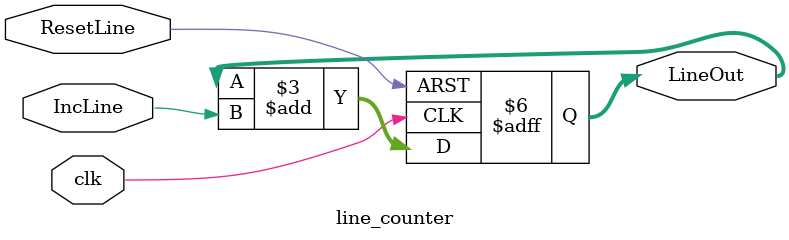
<source format=v>
module line_counter(LineOut, clk, ResetLine, IncLine,);
  input clk, ResetLine, IncLine ;

  wire clk, ResetLine, IncLine ;
  output [9:0] LineOut;
  reg [9:0] LineOut = 0;

  initial
  begin
    LineOut = 0;
  end

  always @(posedge clk or posedge ResetLine)
  begin
    if(ResetLine == 1) begin
      LineOut <= 0;
    end
    else begin
      LineOut <= LineOut + IncLine;
    end
  end
endmodule

</source>
